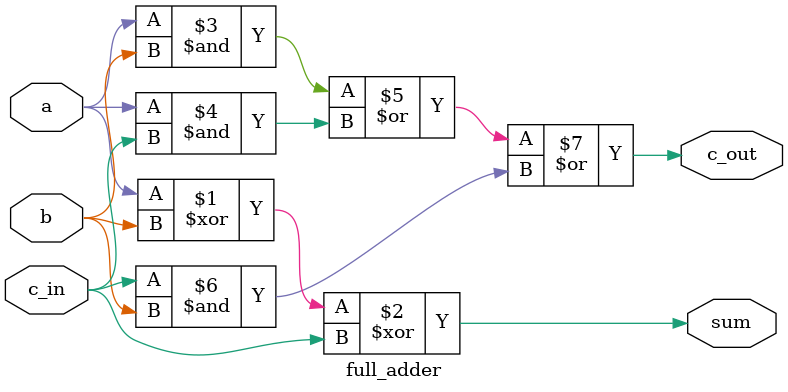
<source format=v>
`timescale 1ns/1ps
module full_adder(
  input a,
  input b,
  input c_in,
  output sum,
  output c_out
);
  assign sum = a ^ b ^ c_in;
  assign c_out = (a & b) | (a & c_in) | (c_in & b);
endmodule
</source>
